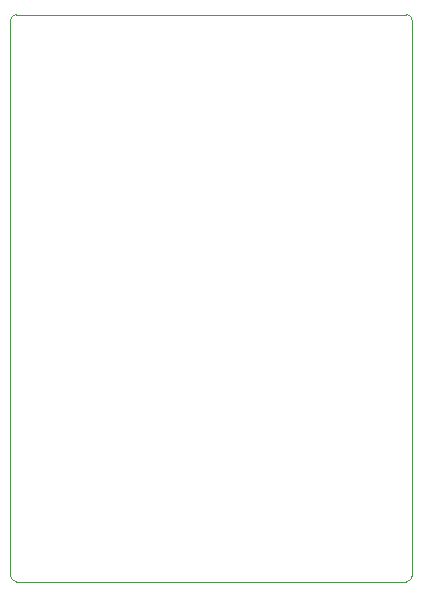
<source format=gm1>
%TF.GenerationSoftware,KiCad,Pcbnew,6.0.7-f9a2dced07~116~ubuntu20.04.1*%
%TF.CreationDate,2022-09-12T22:11:20+02:00*%
%TF.ProjectId,han_to_wifi_board,68616e5f-746f-45f7-9769-66695f626f61,rev?*%
%TF.SameCoordinates,Original*%
%TF.FileFunction,Profile,NP*%
%FSLAX46Y46*%
G04 Gerber Fmt 4.6, Leading zero omitted, Abs format (unit mm)*
G04 Created by KiCad (PCBNEW 6.0.7-f9a2dced07~116~ubuntu20.04.1) date 2022-09-12 22:11:20*
%MOMM*%
%LPD*%
G01*
G04 APERTURE LIST*
%TA.AperFunction,Profile*%
%ADD10C,0.050000*%
%TD*%
G04 APERTURE END LIST*
D10*
X148844000Y-24638000D02*
X115824000Y-24638000D01*
X115824000Y-72644000D02*
X148844000Y-72644000D01*
X115316000Y-25146000D02*
X115316000Y-72136000D01*
X115316000Y-72136000D02*
G75*
G03*
X115824000Y-72644000I508000J0D01*
G01*
X148844000Y-72644000D02*
G75*
G03*
X149352000Y-72136000I0J508000D01*
G01*
X149352000Y-72136000D02*
X149352000Y-25146000D01*
X115824000Y-24638000D02*
G75*
G03*
X115316000Y-25146000I0J-508000D01*
G01*
X149352000Y-25146000D02*
G75*
G03*
X148844000Y-24638000I-508000J0D01*
G01*
M02*

</source>
